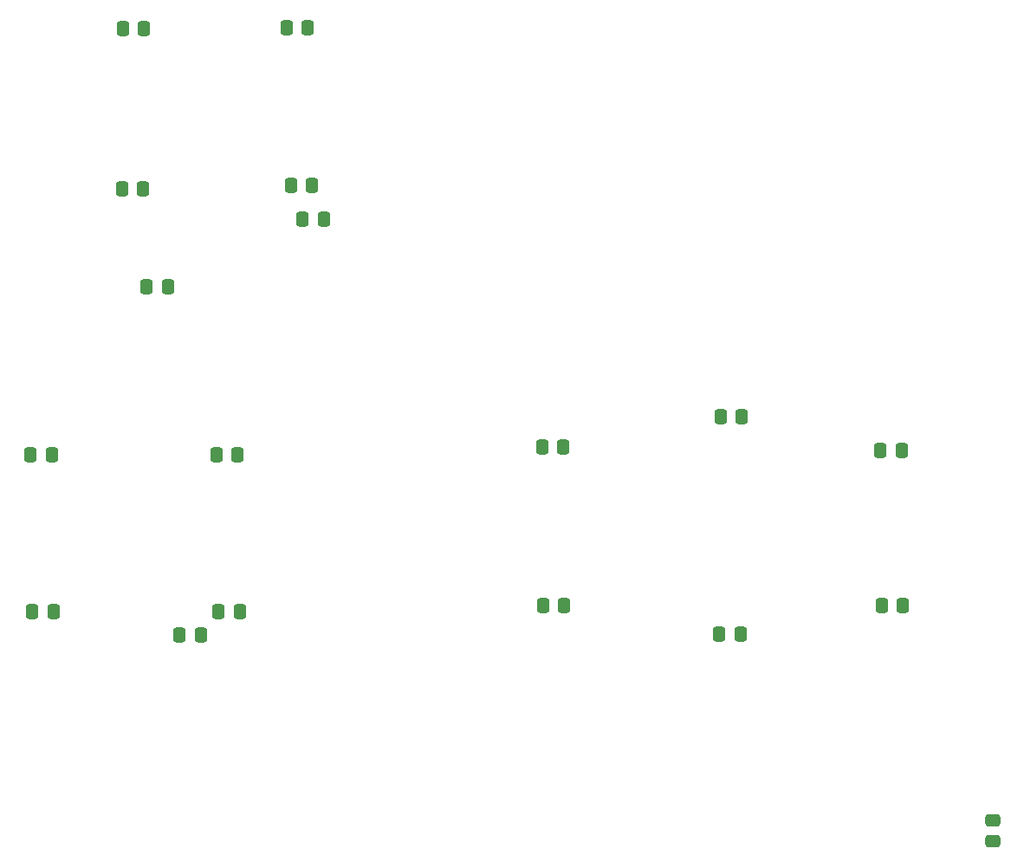
<source format=gbr>
%TF.GenerationSoftware,KiCad,Pcbnew,(6.0.10)*%
%TF.CreationDate,2022-12-29T21:48:34+01:00*%
%TF.ProjectId,Driver,44726976-6572-42e6-9b69-6361645f7063,1.0*%
%TF.SameCoordinates,Original*%
%TF.FileFunction,Paste,Top*%
%TF.FilePolarity,Positive*%
%FSLAX46Y46*%
G04 Gerber Fmt 4.6, Leading zero omitted, Abs format (unit mm)*
G04 Created by KiCad (PCBNEW (6.0.10)) date 2022-12-29 21:48:34*
%MOMM*%
%LPD*%
G01*
G04 APERTURE LIST*
G04 Aperture macros list*
%AMRoundRect*
0 Rectangle with rounded corners*
0 $1 Rounding radius*
0 $2 $3 $4 $5 $6 $7 $8 $9 X,Y pos of 4 corners*
0 Add a 4 corners polygon primitive as box body*
4,1,4,$2,$3,$4,$5,$6,$7,$8,$9,$2,$3,0*
0 Add four circle primitives for the rounded corners*
1,1,$1+$1,$2,$3*
1,1,$1+$1,$4,$5*
1,1,$1+$1,$6,$7*
1,1,$1+$1,$8,$9*
0 Add four rect primitives between the rounded corners*
20,1,$1+$1,$2,$3,$4,$5,0*
20,1,$1+$1,$4,$5,$6,$7,0*
20,1,$1+$1,$6,$7,$8,$9,0*
20,1,$1+$1,$8,$9,$2,$3,0*%
G04 Aperture macros list end*
%ADD10RoundRect,0.250000X0.337500X0.475000X-0.337500X0.475000X-0.337500X-0.475000X0.337500X-0.475000X0*%
%ADD11RoundRect,0.250000X-0.337500X-0.475000X0.337500X-0.475000X0.337500X0.475000X-0.337500X0.475000X0*%
%ADD12RoundRect,0.250000X-0.475000X0.337500X-0.475000X-0.337500X0.475000X-0.337500X0.475000X0.337500X0*%
G04 APERTURE END LIST*
D10*
%TO.C,C14*%
X127047500Y-96740000D03*
X124972500Y-96740000D03*
%TD*%
%TO.C,C1*%
X152085000Y-55030000D03*
X150010000Y-55030000D03*
%TD*%
%TO.C,C15*%
X127237500Y-112100000D03*
X125162500Y-112100000D03*
%TD*%
D11*
%TO.C,C8*%
X192302500Y-114260000D03*
X194377500Y-114260000D03*
%TD*%
D10*
%TO.C,C6*%
X210107500Y-96310000D03*
X208032500Y-96310000D03*
%TD*%
D11*
%TO.C,C17*%
X151572500Y-73690000D03*
X153647500Y-73690000D03*
%TD*%
D10*
%TO.C,C13*%
X141615000Y-114390000D03*
X139540000Y-114390000D03*
%TD*%
%TO.C,C2*%
X152517500Y-70440000D03*
X150442500Y-70440000D03*
%TD*%
%TO.C,C11*%
X145217500Y-96780000D03*
X143142500Y-96780000D03*
%TD*%
D11*
%TO.C,C3*%
X192412500Y-93040000D03*
X194487500Y-93040000D03*
%TD*%
D10*
%TO.C,C18*%
X138407500Y-80300000D03*
X136332500Y-80300000D03*
%TD*%
%TO.C,C4*%
X136077500Y-55130000D03*
X134002500Y-55130000D03*
%TD*%
%TO.C,C12*%
X145437500Y-112120000D03*
X143362500Y-112120000D03*
%TD*%
%TO.C,C9*%
X177047500Y-96020000D03*
X174972500Y-96020000D03*
%TD*%
%TO.C,C7*%
X210247500Y-111450000D03*
X208172500Y-111450000D03*
%TD*%
D12*
%TO.C,C16*%
X219000000Y-132462500D03*
X219000000Y-134537500D03*
%TD*%
D10*
%TO.C,C10*%
X177127500Y-111450000D03*
X175052500Y-111450000D03*
%TD*%
%TO.C,C5*%
X135975000Y-70790000D03*
X133900000Y-70790000D03*
%TD*%
M02*

</source>
